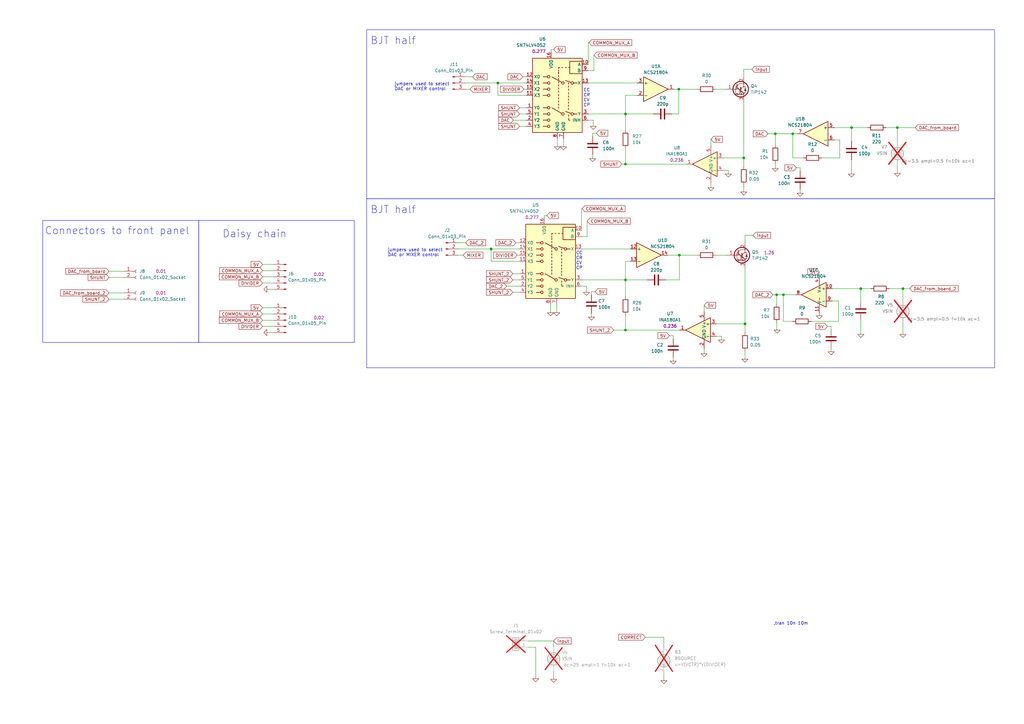
<source format=kicad_sch>
(kicad_sch (version 20230121) (generator eeschema)
  (paper "A3")
  (lib_symbols
    (symbol "Connector:Conn_01x02_Socket" (pin_names (offset 1.016) hide)
      (property "Reference" "J" (at 0 2.54 0))
      (property "Value" "Conn_01x02_Socket" (at 0 -5.08 0))
      (symbol "Conn_01x02_Socket_1_1"
        (pin passive line (at -5.08 0 0) (length 3.81) (name "Pin_1") (number "1"))
        (pin passive line (at -5.08 -2.54 0) (length 3.81) (name "Pin_2") (number "2"))
      )
    )
    (symbol "Connector:Conn_01x03_Pin" (pin_names (offset 1.016) hide)
      (property "Reference" "J" (at 0 5.08 0))
      (property "Value" "Conn_01x03_Pin" (at 0 -5.08 0))
      (symbol "Conn_01x03_Pin_1_1"
        (pin passive line (at 5.08 2.54 180) (length 3.81) (name "Pin_1") (number "1"))
        (pin passive line (at 5.08 0 180) (length 3.81) (name "Pin_2") (number "2"))
        (pin passive line (at 5.08 -2.54 180) (length 3.81) (name "Pin_3") (number "3"))
      )
    )
    (symbol "Connector:Conn_01x05_Pin" (pin_names (offset 1.016) hide)
      (property "Reference" "J" (at 0 7.62 0))
      (property "Value" "Conn_01x05_Pin" (at 0 -7.62 0))
      (symbol "Conn_01x05_Pin_1_1"
        (pin passive line (at 5.08 5.08 180) (length 3.81) (name "Pin_1") (number "1"))
        (pin passive line (at 5.08 2.54 180) (length 3.81) (name "Pin_2") (number "2"))
        (pin passive line (at 5.08 0 180) (length 3.81) (name "Pin_3") (number "3"))
        (pin passive line (at 5.08 -2.54 180) (length 3.81) (name "Pin_4") (number "4"))
        (pin passive line (at 5.08 -5.08 180) (length 3.81) (name "Pin_5") (number "5"))
      )
    )
    (symbol "Connector:Screw_Terminal_01x02" (pin_names (offset 1.016) hide)
      (property "Reference" "J" (at 0 2.54 0))
      (property "Value" "Screw_Terminal_01x02" (at 0 -5.08 0))
      (symbol "Screw_Terminal_01x02_1_1"
        (pin passive line (at -5.08 0 0) (length 3.81) (name "Pin_1") (number "1"))
        (pin passive line (at -5.08 -2.54 0) (length 3.81) (name "Pin_2") (number "2"))
      )
    )
    (symbol "Device:C" (pin_numbers hide) (pin_names (offset 0.254))
      (property "Reference" "C" (at 0.635 2.54 0))
      (property "Value" "C" (at 0.635 -2.54 0))
      (symbol "C_1_1"
        (pin passive line (at 0 3.81 270) (length 2.794) (name "~") (number "1"))
        (pin passive line (at 0 -3.81 90) (length 2.794) (name "~") (number "2"))
      )
    )
    (symbol "Device:R" (pin_numbers hide) (pin_names (offset 0))
      (property "Reference" "R" (at 2.032 0 90))
      (property "Value" "R" (at 0 0 90))
      (symbol "R_1_1"
        (pin passive line (at 0 3.81 270) (length 1.27) (name "~") (number "1"))
        (pin passive line (at 0 -3.81 90) (length 1.27) (name "~") (number "2"))
      )
    )
    (symbol "SPICE_Analog_Switch:SN74LV4052"
      (property "Reference" "U" (at -10.16 16.51 0))
      (property "Value" "SN74LV4052" (at 3.81 16.51 0))
      (property "Price" "0.277" (at 0 0 0))
      (symbol "SN74LV4052_1_1"
        (pin bidirectional line (at 12.7 -5.08 180) (length 2.54) (name "Y0") (number "1"))
        (pin input line (at -12.7 12.7 0) (length 2.54) (name "A") (number "10"))
        (pin bidirectional line (at 12.7 0 180) (length 2.54) (name "X3") (number "11"))
        (pin bidirectional line (at 12.7 7.62 180) (length 2.54) (name "X0") (number "12"))
        (pin bidirectional line (at -12.7 5.08 0) (length 2.54) (name "X") (number "13"))
        (pin bidirectional line (at 12.7 5.08 180) (length 2.54) (name "X1") (number "14"))
        (pin bidirectional line (at 12.7 2.54 180) (length 2.54) (name "X2") (number "15"))
        (pin power_in line (at 2.54 17.78 270) (length 2.54) (name "VDD") (number "16"))
        (pin bidirectional line (at 12.7 -10.16 180) (length 2.54) (name "Y2") (number "2"))
        (pin bidirectional line (at -12.7 -7.62 0) (length 2.54) (name "Y") (number "3"))
        (pin bidirectional line (at 12.7 -12.7 180) (length 2.54) (name "Y3") (number "4"))
        (pin bidirectional line (at 12.7 -7.62 180) (length 2.54) (name "Y1") (number "5"))
        (pin input line (at -12.7 -10.16 0) (length 2.54) (name "INH") (number "6"))
        (pin power_in line (at -2.54 -17.78 90) (length 2.54) (name "GND") (number "7"))
        (pin power_in line (at 0 -17.78 90) (length 2.54) (name "GND") (number "8"))
        (pin input line (at -12.7 10.16 0) (length 2.54) (name "B") (number "9"))
      )
    )
    (symbol "SPICE_bjts:TIP142" (pin_names (offset 0) hide)
      (property "Reference" "Q" (at 5.08 1.905 0))
      (property "Value" "TIP142" (at 5.08 0 0))
      (symbol "TIP142_1_1"
        (pin input line (at -5.08 0 0) (length 3.81) (name "B") (number "1"))
        (pin passive line (at 2.54 5.08 270) (length 2.667) (name "C") (number "2"))
        (pin passive line (at 2.54 -5.08 90) (length 2.54) (name "E") (number "3"))
      )
    )
    (symbol "SPICE_current_amp:INA180A1" (pin_names (offset 0.127))
      (property "Reference" "U" (at 3.81 3.81 0))
      (property "Value" "INA180A1" (at 3.81 -2.54 0))
      (property "Price" "0.236" (at 0 0 0))
      (symbol "INA180A1_1_1"
        (pin output line (at 7.62 0 180) (length 2.54) (name "~") (number "1"))
        (pin power_in line (at -2.54 -7.62 90) (length 3.81) (name "GND") (number "2"))
        (pin input line (at -7.62 2.54 0) (length 2.54) (name "+") (number "3"))
        (pin input line (at -7.62 -2.54 0) (length 2.54) (name "-") (number "4"))
        (pin power_in line (at -2.54 7.62 270) (length 3.81) (name "V+") (number "5"))
      )
    )
    (symbol "SPICE_opamps:NCS21804" (pin_names (offset 0.127))
      (property "Reference" "U" (at 2.54 6.35 0))
      (property "Value" "NCS21804" (at 2.54 3.81 0))
      (symbol "NCS21804_1_1"
        (pin output line (at 7.62 0 180) (length 2.54) (name "~") (number "1"))
        (pin input line (at -7.62 -2.54 0) (length 2.54) (name "-") (number "2"))
        (pin input line (at -7.62 2.54 0) (length 2.54) (name "+") (number "3"))
      )
      (symbol "NCS21804_2_1"
        (pin input line (at -7.62 2.54 0) (length 2.54) (name "+") (number "5"))
        (pin input line (at -7.62 -2.54 0) (length 2.54) (name "-") (number "6"))
        (pin output line (at 7.62 0 180) (length 2.54) (name "~") (number "7"))
      )
      (symbol "NCS21804_3_1"
        (pin input line (at -7.62 2.54 0) (length 2.54) (name "+") (number "10"))
        (pin output line (at 7.62 0 180) (length 2.54) (name "~") (number "8"))
        (pin input line (at -7.62 -2.54 0) (length 2.54) (name "-") (number "9"))
      )
      (symbol "NCS21804_4_1"
        (pin input line (at -7.62 2.54 0) (length 2.54) (name "+") (number "12"))
        (pin input line (at -7.62 -2.54 0) (length 2.54) (name "-") (number "13"))
        (pin output line (at 7.62 0 180) (length 2.54) (name "~") (number "14"))
      )
      (symbol "NCS21804_5_1"
        (pin power_in line (at 0 -7.62 90) (length 3.81) (name "V-") (number "11"))
        (pin power_in line (at 0 7.62 270) (length 3.81) (name "V+") (number "4"))
      )
    )
    (symbol "Simulation_SPICE:0" (power) (pin_names (offset 0))
      (property "Value" "0" (at 0 -1.778 0))
      (symbol "0_1_1"
        (pin power_in line (at 0 0 0) (length 0) hide (name "0") (number "1"))
      )
    )
    (symbol "Simulation_SPICE:BSOURCE" (pin_names (offset 1.016) hide)
      (property "Reference" "B" (at 2.54 2.54 0))
      (property "Value" "BSOURCE" (at 2.54 0 0))
      (property "Sim.Params" "v=1" (at 2.54 -2.54 0))
      (symbol "BSOURCE_1_1"
        (pin passive line (at 0 5.08 270) (length 2.54) (name "N+") (number "1"))
        (pin passive line (at 0 -5.08 90) (length 2.54) (name "N-") (number "2"))
      )
    )
    (symbol "Simulation_SPICE:VSIN" (pin_numbers hide) (pin_names (offset 0.0254))
      (property "Reference" "V" (at 2.54 2.54 0))
      (property "Value" "VSIN" (at 2.54 0 0))
      (property "Sim.Params" "dc=0 ampl=1 f=1k ac=1" (at 2.54 -2.54 0))
      (symbol "VSIN_0_0"
        (text "+" (at 0 1.905 0) (effects (font (size 1.27 1.27))))
      )
      (symbol "VSIN_1_1"
        (pin passive line (at 0 5.08 270) (length 2.54) (name "~") (number "1"))
        (pin passive line (at 0 -5.08 90) (length 2.54) (name "~") (number "2"))
      )
    )
  )
  (junction (at 353.06 118.364))
  (junction (at 325.12 54.864))
  (junction (at 278.384 36.576))
  (junction (at 349.25 52.324))
  (junction (at 305.054 64.77))
  (junction (at 321.31 120.904))
  (junction (at 318.008 54.864))
  (junction (at 305.562 132.842))
  (junction (at 256.54 114.808))
  (junction (at 318.516 120.904))
  (junction (at 368.046 52.324))
  (junction (at 204.216 34.036))
  (junction (at 201.422 102.108))
  (junction (at 278.638 104.648))
  (junction (at 256.54 135.382))
  (junction (at 256.54 67.31))
  (junction (at 256.54 46.736))
  (junction (at 370.332 118.364))
  (wire (pts (xy 353.06 118.364) (xy 341.376 118.364)))
  (wire (pts (xy 368.046 52.324) (xy 363.474 52.324)))
  (wire (pts (xy 267.97 46.736) (xy 256.54 46.736)))
  (wire (pts (xy 223.266 88.392) (xy 223.266 89.408)))
  (wire (pts (xy 318.77 135.128) (xy 318.516 135.128)))
  (wire (pts (xy 107.696 108.458) (xy 112.268 108.458)))
  (wire (pts (xy 272.288 261.366) (xy 264.668 261.366)))
  (wire (pts (xy 318.008 54.864) (xy 314.96 54.864)))
  (wire (pts (xy 296.672 64.77) (xy 305.054 64.77)))
  (wire (pts (xy 240.538 119.888) (xy 240.538 117.348)))
  (wire (pts (xy 278.384 36.576) (xy 286.004 36.576)))
  (wire (pts (xy 273.05 114.808) (xy 278.638 114.808)))
  (wire (pts (xy 227.076 275.336) (xy 227.076 278.638)))
  (wire (pts (xy 210.312 112.268) (xy 213.106 112.268)))
  (wire (pts (xy 243.586 28.956) (xy 241.3 28.956)))
  (wire (pts (xy 373.126 118.364) (xy 370.332 118.364)))
  (wire (pts (xy 368.046 52.324) (xy 368.046 57.912)))
  (wire (pts (xy 244.602 54.61) (xy 243.078 54.61)))
  (wire (pts (xy 107.696 131.318) (xy 112.268 131.318)))
  (wire (pts (xy 291.592 74.93) (xy 291.592 76.962)))
  (wire (pts (xy 107.696 133.858) (xy 112.268 133.858)))
  (wire (pts (xy 305.054 41.656) (xy 305.054 64.77)))
  (wire (pts (xy 318.008 54.864) (xy 318.008 59.436)))
  (wire (pts (xy 349.25 52.324) (xy 349.25 57.912)))
  (wire (pts (xy 339.344 133.858) (xy 340.868 133.858)))
  (wire (pts (xy 353.06 131.318) (xy 353.06 137.16)))
  (wire (pts (xy 213.106 46.736) (xy 215.9 46.736)))
  (wire (pts (xy 368.046 52.324) (xy 375.412 52.324)))
  (wire (pts (xy 370.332 118.364) (xy 364.744 118.364)))
  (wire (pts (xy 326.136 120.904) (xy 321.31 120.904)))
  (wire (pts (xy 204.216 34.036) (xy 215.9 34.036)))
  (wire (pts (xy 240.792 97.028) (xy 238.506 97.028)))
  (wire (pts (xy 343.916 123.444) (xy 343.916 131.826)))
  (wire (pts (xy 256.54 46.736) (xy 256.54 39.116)))
  (wire (pts (xy 256.54 114.808) (xy 256.54 107.188)))
  (wire (pts (xy 305.054 31.496) (xy 305.054 28.448)))
  (wire (pts (xy 238.506 114.808) (xy 256.54 114.808)))
  (wire (pts (xy 44.704 122.682) (xy 50.8 122.682)))
  (wire (pts (xy 191.008 99.568) (xy 187.96 99.568)))
  (wire (pts (xy 207.772 117.348) (xy 213.106 117.348)))
  (wire (pts (xy 305.562 109.728) (xy 305.562 132.842)))
  (wire (pts (xy 278.638 104.648) (xy 286.004 104.648)))
  (wire (pts (xy 305.054 75.946) (xy 305.054 78.74)))
  (wire (pts (xy 295.91 139.446) (xy 295.91 137.922)))
  (wire (pts (xy 344.424 64.77) (xy 337.058 64.77)))
  (wire (pts (xy 276.606 36.576) (xy 278.384 36.576)))
  (wire (pts (xy 349.25 65.532) (xy 349.25 71.374)))
  (wire (pts (xy 224.282 88.392) (xy 223.266 88.392)))
  (wire (pts (xy 241.3 17.526) (xy 241.3 26.416)))
  (wire (pts (xy 318.516 132.334) (xy 318.516 135.128)))
  (wire (pts (xy 329.438 64.77) (xy 325.12 64.77)))
  (wire (pts (xy 293.878 132.842) (xy 305.562 132.842)))
  (wire (pts (xy 278.638 104.648) (xy 278.638 114.808)))
  (wire (pts (xy 293.624 104.648) (xy 297.942 104.648)))
  (wire (pts (xy 231.14 56.896) (xy 231.14 60.198)))
  (wire (pts (xy 189.992 104.648) (xy 187.96 104.648)))
  (wire (pts (xy 44.704 120.142) (xy 50.8 120.142)))
  (wire (pts (xy 305.054 64.77) (xy 305.054 68.326)))
  (wire (pts (xy 241.554 17.526) (xy 241.3 17.526)))
  (wire (pts (xy 201.422 102.108) (xy 213.106 102.108)))
  (wire (pts (xy 244.094 119.634) (xy 242.57 119.634)))
  (wire (pts (xy 192.786 36.576) (xy 190.754 36.576)))
  (wire (pts (xy 318.516 120.904) (xy 316.992 120.904)))
  (wire (pts (xy 291.592 57.15) (xy 291.592 59.69)))
  (wire (pts (xy 288.798 125.222) (xy 288.798 127.762)))
  (wire (pts (xy 344.424 57.404) (xy 342.138 57.404)))
  (wire (pts (xy 242.57 119.634) (xy 242.57 120.904)))
  (wire (pts (xy 256.54 135.382) (xy 278.638 135.382)))
  (wire (pts (xy 318.77 135.128) (xy 318.77 135.382)))
  (wire (pts (xy 243.332 51.816) (xy 243.332 49.276)))
  (wire (pts (xy 295.91 137.922) (xy 293.878 137.922)))
  (wire (pts (xy 201.422 107.188) (xy 201.422 102.108)))
  (wire (pts (xy 336.042 111.506) (xy 336.042 113.284)))
  (wire (pts (xy 190.754 34.036) (xy 204.216 34.036)))
  (wire (pts (xy 342.138 52.324) (xy 349.25 52.324)))
  (wire (pts (xy 238.506 102.108) (xy 258.572 102.108)))
  (wire (pts (xy 256.54 46.736) (xy 256.54 53.34)))
  (wire (pts (xy 325.12 131.826) (xy 321.31 131.826)))
  (wire (pts (xy 344.424 57.404) (xy 344.424 64.77)))
  (wire (pts (xy 256.54 107.188) (xy 258.572 107.188)))
  (wire (pts (xy 370.332 132.842) (xy 370.332 137.16)))
  (wire (pts (xy 216.662 265.43) (xy 219.71 265.43)))
  (wire (pts (xy 256.54 114.808) (xy 265.43 114.808)))
  (wire (pts (xy 227.076 265.176) (xy 227.076 262.89)))
  (wire (pts (xy 305.562 132.842) (xy 305.562 136.398)))
  (wire (pts (xy 318.008 54.864) (xy 325.12 54.864)))
  (wire (pts (xy 210.312 119.888) (xy 213.106 119.888)))
  (wire (pts (xy 274.574 137.668) (xy 276.098 137.668)))
  (wire (pts (xy 305.562 99.568) (xy 305.562 96.52)))
  (wire (pts (xy 256.54 39.116) (xy 261.366 39.116)))
  (wire (pts (xy 349.25 52.324) (xy 355.854 52.324)))
  (wire (pts (xy 107.696 110.998) (xy 112.268 110.998)))
  (wire (pts (xy 107.696 116.078) (xy 112.268 116.078)))
  (wire (pts (xy 353.06 123.698) (xy 353.06 118.364)))
  (wire (pts (xy 107.696 128.778) (xy 112.268 128.778)))
  (wire (pts (xy 210.312 114.808) (xy 213.106 114.808)))
  (wire (pts (xy 44.704 111.252) (xy 50.8 111.252)))
  (wire (pts (xy 256.54 129.286) (xy 256.54 135.382)))
  (wire (pts (xy 213.106 51.816) (xy 215.9 51.816)))
  (wire (pts (xy 273.812 104.648) (xy 278.638 104.648)))
  (wire (pts (xy 318.516 120.904) (xy 318.516 124.714)))
  (wire (pts (xy 193.802 31.496) (xy 190.754 31.496)))
  (wire (pts (xy 225.806 124.968) (xy 225.806 128.27)))
  (wire (pts (xy 213.106 107.188) (xy 201.422 107.188)))
  (wire (pts (xy 204.216 39.116) (xy 204.216 34.036)))
  (wire (pts (xy 305.562 96.52) (xy 308.864 96.52)))
  (wire (pts (xy 340.868 133.858) (xy 340.868 135.128)))
  (wire (pts (xy 243.078 54.61) (xy 243.078 55.88)))
  (wire (pts (xy 328.168 79.248) (xy 328.168 77.724)))
  (wire (pts (xy 215.9 39.116) (xy 204.216 39.116)))
  (wire (pts (xy 44.704 113.792) (xy 50.8 113.792)))
  (wire (pts (xy 242.57 130.048) (xy 242.57 128.524)))
  (wire (pts (xy 187.96 102.108) (xy 201.422 102.108)))
  (wire (pts (xy 278.384 36.576) (xy 278.384 46.736)))
  (wire (pts (xy 251.714 135.382) (xy 256.54 135.382)))
  (wire (pts (xy 305.562 144.018) (xy 305.562 147.32)))
  (wire (pts (xy 240.792 90.678) (xy 240.792 97.028)))
  (wire (pts (xy 109.474 136.398) (xy 112.268 136.398)))
  (wire (pts (xy 276.098 148.082) (xy 276.098 146.558)))
  (wire (pts (xy 340.868 144.272) (xy 340.868 142.748)))
  (wire (pts (xy 256.54 60.96) (xy 256.54 67.31)))
  (wire (pts (xy 255.016 67.31) (xy 256.54 67.31)))
  (wire (pts (xy 370.332 118.364) (xy 370.332 122.682)))
  (wire (pts (xy 336.042 128.524) (xy 336.042 129.54)))
  (wire (pts (xy 276.098 137.668) (xy 276.098 138.938)))
  (wire (pts (xy 216.662 262.89) (xy 227.076 262.89)))
  (wire (pts (xy 343.916 131.826) (xy 332.74 131.826)))
  (wire (pts (xy 256.54 67.31) (xy 281.432 67.31)))
  (wire (pts (xy 228.6 56.896) (xy 228.6 60.198)))
  (wire (pts (xy 228.346 124.968) (xy 228.346 128.27)))
  (wire (pts (xy 305.054 28.448) (xy 308.356 28.448)))
  (wire (pts (xy 326.898 54.864) (xy 325.12 54.864)))
  (wire (pts (xy 368.046 68.072) (xy 368.046 71.12)))
  (wire (pts (xy 107.696 126.238) (xy 112.268 126.238)))
  (wire (pts (xy 211.582 99.568) (xy 213.106 99.568)))
  (wire (pts (xy 288.798 143.002) (xy 288.798 145.034)))
  (wire (pts (xy 325.12 54.864) (xy 325.12 64.77)))
  (wire (pts (xy 109.474 118.618) (xy 112.268 118.618)))
  (wire (pts (xy 214.884 36.576) (xy 215.9 36.576)))
  (wire (pts (xy 240.538 117.348) (xy 238.506 117.348)))
  (wire (pts (xy 226.06 20.32) (xy 226.06 21.336)))
  (wire (pts (xy 326.644 68.834) (xy 328.168 68.834)))
  (wire (pts (xy 318.008 67.056) (xy 318.008 69.088)))
  (wire (pts (xy 238.506 85.598) (xy 238.506 94.488)))
  (wire (pts (xy 243.332 49.276) (xy 241.3 49.276)))
  (wire (pts (xy 107.696 113.538) (xy 112.268 113.538)))
  (wire (pts (xy 256.54 114.808) (xy 256.54 121.666)))
  (wire (pts (xy 213.106 44.196) (xy 215.9 44.196)))
  (wire (pts (xy 243.586 22.606) (xy 243.586 28.956)))
  (wire (pts (xy 275.59 46.736) (xy 278.384 46.736)))
  (wire (pts (xy 212.09 104.648) (xy 213.106 104.648)))
  (wire (pts (xy 210.566 49.276) (xy 215.9 49.276)))
  (wire (pts (xy 293.624 36.576) (xy 297.434 36.576)))
  (wire (pts (xy 214.376 31.496) (xy 215.9 31.496)))
  (wire (pts (xy 227.076 20.32) (xy 226.06 20.32)))
  (wire (pts (xy 219.71 265.43) (xy 219.71 278.384)))
  (wire (pts (xy 321.31 120.904) (xy 321.31 131.826)))
  (wire (pts (xy 321.31 120.904) (xy 318.516 120.904)))
  (wire (pts (xy 357.124 118.364) (xy 353.06 118.364)))
  (wire (pts (xy 272.288 279.146) (xy 272.288 276.098)))
  (wire (pts (xy 298.704 71.374) (xy 298.704 69.85)))
  (wire (pts (xy 343.916 123.444) (xy 341.376 123.444)))
  (wire (pts (xy 241.3 46.736) (xy 256.54 46.736)))
  (wire (pts (xy 241.3 34.036) (xy 261.366 34.036)))
  (wire (pts (xy 328.168 68.834) (xy 328.168 70.104)))
  (wire (pts (xy 243.078 65.024) (xy 243.078 63.5)))
  (wire (pts (xy 238.76 85.598) (xy 238.506 85.598)))
  (wire (pts (xy 298.704 69.85) (xy 296.672 69.85)))
  (wire (pts (xy 272.288 261.366) (xy 272.288 265.938)))
  (rectangle (start 17.526 90.424) (end 81.534 140.462))
  (rectangle (start 81.534 90.424) (end 145.288 140.462))
  (rectangle (start 150.368 81.534) (end 407.924 150.876))
  (rectangle (start 150.368 12.192) (end 407.924 81.534))
  (text "Connectors to front panel" (at 18.288 96.52 0) (effects (font (size 3 3)) (justify left bottom)))
  (text "CC\nCR\nCV\nCP" (at 236.22 110.744 0) (effects (font (size 1.27 1.27)) (justify left bottom)))
  (text ".tran 10n 10m" (at 317.246 256.54 0) (effects (font (size 1.27 1.27)) (justify left bottom)))
  (text "BJT half " (at 151.892 18.542 0) (effects (font (size 3 3)) (justify left bottom)))
  (text "Daisy chain" (at 91.186 97.79 0) (effects (font (size 3 3)) (justify left bottom)))
  (text "jumpers used to select\nDAC or MIXER control" (at 159.004 105.41 0) (effects (font (size 1.27 1.27)) (justify left bottom)))
  (text "jumpers used to select\nDAC or MIXER control" (at 161.798 37.338 0) (effects (font (size 1.27 1.27)) (justify left bottom)))
  (text "BJT half " (at 151.892 87.884 0) (effects (font (size 3 3)) (justify left bottom)))
  (text "CC\nCR\nCV\nCP" (at 239.268 43.942 0) (effects (font (size 1.27 1.27)) (justify left bottom)))
  (global_label "5V" (shape input) (at 326.644 68.834 180) (property "Intersheetrefs" "${INTERSHEET_REFS}" (effects hide)))
  (global_label "SHUNT" (shape input) (at 213.106 51.816 180) (property "Intersheetrefs" "${INTERSHEET_REFS}" (effects hide)))
  (global_label "5V" (shape input) (at 244.094 119.634 0) (property "Intersheetrefs" "${INTERSHEET_REFS}" (effects hide)))
  (global_label "DAC_2" (shape input) (at 316.992 120.904 180) (property "Intersheetrefs" "${INTERSHEET_REFS}" (effects hide)))
  (global_label "MIXER" (shape input) (at 192.786 36.576 0) (property "Intersheetrefs" "${INTERSHEET_REFS}" (effects hide)))
  (global_label "SHUNT_2" (shape input) (at 44.704 122.682 180) (property "Intersheetrefs" "${INTERSHEET_REFS}" (effects hide)))
  (global_label "5V" (shape input) (at 339.344 133.858 180) (property "Intersheetrefs" "${INTERSHEET_REFS}" (effects hide)))
  (global_label "5V" (shape input) (at 227.076 20.32 0) (property "Intersheetrefs" "${INTERSHEET_REFS}" (effects hide)))
  (global_label "COMMON_MUX_B" (shape input) (at 243.586 22.606 0) (property "Intersheetrefs" "${INTERSHEET_REFS}" (effects hide)))
  (global_label "5V" (shape input) (at 107.696 108.458 180) (property "Intersheetrefs" "${INTERSHEET_REFS}" (effects hide)))
  (global_label "SHUNT" (shape input) (at 255.016 67.31 180) (property "Intersheetrefs" "${INTERSHEET_REFS}" (effects hide)))
  (global_label "DAC_2" (shape input) (at 211.582 99.568 180) (property "Intersheetrefs" "${INTERSHEET_REFS}" (effects hide)))
  (global_label "COMMON_MUX_B" (shape input) (at 107.696 113.538 180) (property "Intersheetrefs" "${INTERSHEET_REFS}" (effects hide)))
  (global_label "COMMON_MUX_A" (shape input) (at 107.696 110.998 180) (property "Intersheetrefs" "${INTERSHEET_REFS}" (effects hide)))
  (global_label "DAC_from_board_2" (shape input) (at 44.704 120.142 180) (property "Intersheetrefs" "${INTERSHEET_REFS}" (effects hide)))
  (global_label "input" (shape input) (at 308.356 28.448 0) (property "Intersheetrefs" "${INTERSHEET_REFS}" (effects hide)))
  (global_label "5V" (shape input) (at 288.798 125.222 0) (property "Intersheetrefs" "${INTERSHEET_REFS}" (effects hide)))
  (global_label "DAC_from_board" (shape input) (at 44.704 111.252 180) (property "Intersheetrefs" "${INTERSHEET_REFS}" (effects hide)))
  (global_label "5V" (shape input) (at 244.602 54.61 0) (property "Intersheetrefs" "${INTERSHEET_REFS}" (effects hide)))
  (global_label "SHUNT" (shape input) (at 213.106 44.196 180) (property "Intersheetrefs" "${INTERSHEET_REFS}" (effects hide)))
  (global_label "DAC_from_board_2" (shape input) (at 373.126 118.364 0) (property "Intersheetrefs" "${INTERSHEET_REFS}" (effects hide)))
  (global_label "SHUNT_2" (shape input) (at 210.312 112.268 180) (property "Intersheetrefs" "${INTERSHEET_REFS}" (effects hide)))
  (global_label "DAC" (shape input) (at 214.376 31.496 180) (property "Intersheetrefs" "${INTERSHEET_REFS}" (effects hide)))
  (global_label "COMMON_MUX_A" (shape input) (at 107.696 128.778 180) (property "Intersheetrefs" "${INTERSHEET_REFS}" (effects hide)))
  (global_label "COMMON_MUX_B" (shape input) (at 240.792 90.678 0) (property "Intersheetrefs" "${INTERSHEET_REFS}" (effects hide)))
  (global_label "DAC" (shape input) (at 210.566 49.276 180) (property "Intersheetrefs" "${INTERSHEET_REFS}" (effects hide)))
  (global_label "DAC_2" (shape input) (at 207.772 117.348 180) (property "Intersheetrefs" "${INTERSHEET_REFS}" (effects hide)))
  (global_label "DIVIDER" (shape input) (at 107.696 116.078 180) (property "Intersheetrefs" "${INTERSHEET_REFS}" (effects hide)))
  (global_label "DAC_from_board" (shape input) (at 375.412 52.324 0) (property "Intersheetrefs" "${INTERSHEET_REFS}" (effects hide)))
  (global_label "SHUNT_2" (shape input) (at 210.312 114.808 180) (property "Intersheetrefs" "${INTERSHEET_REFS}" (effects hide)))
  (global_label "5V" (shape input) (at 274.574 137.668 180) (property "Intersheetrefs" "${INTERSHEET_REFS}" (effects hide)))
  (global_label "input" (shape input) (at 227.076 262.89 0) (property "Intersheetrefs" "${INTERSHEET_REFS}" (effects hide)))
  (global_label "COMMON_MUX_A" (shape input) (at 238.76 85.598 0) (property "Intersheetrefs" "${INTERSHEET_REFS}" (effects hide)))
  (global_label "DAC_2" (shape input) (at 191.008 99.568 0) (property "Intersheetrefs" "${INTERSHEET_REFS}" (effects hide)))
  (global_label "DIVIDER" (shape input) (at 214.884 36.576 180) (property "Intersheetrefs" "${INTERSHEET_REFS}" (effects hide)))
  (global_label "DAC" (shape input) (at 193.802 31.496 0) (property "Intersheetrefs" "${INTERSHEET_REFS}" (effects hide)))
  (global_label "input" (shape input) (at 308.864 96.52 0) (property "Intersheetrefs" "${INTERSHEET_REFS}" (effects hide)))
  (global_label "MIXER" (shape input) (at 189.992 104.648 0) (property "Intersheetrefs" "${INTERSHEET_REFS}" (effects hide)))
  (global_label "COMMON_MUX_A" (shape input) (at 241.554 17.526 0) (property "Intersheetrefs" "${INTERSHEET_REFS}" (effects hide)))
  (global_label "CORRECT" (shape input) (at 264.668 261.366 180) (property "Intersheetrefs" "${INTERSHEET_REFS}" (effects hide)))
  (global_label "SHUNT_2" (shape input) (at 251.714 135.382 180) (property "Intersheetrefs" "${INTERSHEET_REFS}" (effects hide)))
  (global_label "DAC" (shape input) (at 314.96 54.864 180) (property "Intersheetrefs" "${INTERSHEET_REFS}" (effects hide)))
  (global_label "5V" (shape input) (at 336.042 111.506 180) (property "Intersheetrefs" "${INTERSHEET_REFS}" (effects hide)))
  (global_label "SHUNT_2" (shape input) (at 210.312 119.888 180) (property "Intersheetrefs" "${INTERSHEET_REFS}" (effects hide)))
  (global_label "SHUNT" (shape input) (at 44.704 113.792 180) (property "Intersheetrefs" "${INTERSHEET_REFS}" (effects hide)))
  (global_label "5V" (shape input) (at 291.592 57.15 0) (property "Intersheetrefs" "${INTERSHEET_REFS}" (effects hide)))
  (global_label "5V" (shape input) (at 107.696 126.238 180) (property "Intersheetrefs" "${INTERSHEET_REFS}" (effects hide)))
  (global_label "DIVIDER" (shape input) (at 107.696 133.858 180) (property "Intersheetrefs" "${INTERSHEET_REFS}" (effects hide)))
  (global_label "5V" (shape input) (at 224.282 88.392 0) (property "Intersheetrefs" "${INTERSHEET_REFS}" (effects hide)))
  (global_label "COMMON_MUX_B" (shape input) (at 107.696 131.318 180) (property "Intersheetrefs" "${INTERSHEET_REFS}" (effects hide)))
  (global_label "DIVIDER" (shape input) (at 212.09 104.648 180) (property "Intersheetrefs" "${INTERSHEET_REFS}" (effects hide)))
  (global_label "SHUNT" (shape input) (at 213.106 46.736 180) (property "Intersheetrefs" "${INTERSHEET_REFS}" (effects hide)))
  (symbol (lib_id "Device:C") (at 353.06 127.508 0) (mirror y) (unit 1)
    (property "Reference" "C1" (at 347.726 126.238 0))
    (property "Value" "100p" (at 347.726 128.778 0))
    (property "Footprint" "Capacitor_SMD:C_0603_1608Metric_Pad1.08x0.95mm_HandSolder" (effects hide))
  )
  (symbol (lib_id "Simulation_SPICE:0") (at 225.806 128.27 0) (unit 1)
    (property "Reference" "#GND023" (effects hide))
    (property "Value" "0" (effects hide))
  )
  (symbol (lib_id "Simulation_SPICE:0") (at 336.042 129.54 0) (mirror y) (unit 1)
    (property "Reference" "#GND044" (effects hide))
    (property "Value" "0" (effects hide))
  )
  (symbol (lib_id "Simulation_SPICE:0") (at 340.868 144.272 0) (mirror y) (unit 1)
    (property "Reference" "#GND021" (effects hide))
    (property "Value" "0" (effects hide))
  )
  (symbol (lib_id "SPICE_opamps:NCS21804") (at 336.042 120.904 0) (mirror y) (unit 5)
    (property "Reference" "U1" (effects hide))
    (property "Value" "NCS21804" (effects hide))
    (property "Footprint" "Package_SO:TSSOP-14_4.4x5mm_P0.65mm" (effects hide))
    (property "Datasheet" "http://www.onsemi.com/pub/Collateral/NCS325-D.PDF" (effects hide))
    (property "Sim.Library" "/home/ostoja/KiCad/models/opamps/NCS21804.lib" (effects hide))
    (property "Sim.Name" "NCS21804" (effects hide))
    (property "Sim.Device" "SUBCKT" (effects hide))
    (property "Sim.Pins" "1=OUT1 2=IN1- 3=IN1+ 4=VCC 5=IN2+ 6=IN2- 7=OUT2 8=OUT3 9=IN3- 10=IN3+ 11=VEE 12=IN4+ 13=IN4- 14=OUT4" (effects hide))
    (property "Price" "1.91" (effects hide))
  )
  (symbol (lib_id "Device:R") (at 256.54 125.476 180) (unit 1)
    (property "Reference" "R26" (at 259.334 124.206 0) (effects (justify right)))
    (property "Value" "10k" (at 259.334 126.746 0) (effects (justify right)))
    (property "Footprint" "Resistor_SMD:R_0603_1608Metric_Pad0.98x0.95mm_HandSolder" (effects hide))
  )
  (symbol (lib_id "Simulation_SPICE:0") (at 228.6 60.198 0) (unit 1)
    (property "Reference" "#GND024" (effects hide))
    (property "Value" "0" (effects hide))
  )
  (symbol (lib_id "SPICE_bjts:TIP142") (at 302.514 36.576 0) (unit 1)
    (property "Reference" "Q4" (at 307.848 35.306 0) (effects (justify left)))
    (property "Value" "TIP142" (at 307.848 37.846 0) (effects (justify left)))
    (property "Footprint" "Package_TO_SOT_THT:TO-247-3_Vertical" (effects hide))
    (property "Datasheet" "https://www.onsemi.com/pub/Collateral/TIP120-D.PDF" (effects hide))
    (property "Sim.Library" "/home/ostoja/KiCad/models/bjt/npn/TIP142.LIB" (effects hide))
    (property "Sim.Name" "tip142" (effects hide))
    (property "Sim.Device" "SUBCKT" (effects hide))
    (property "Sim.Pins" "1=2 2=1 3=3" (effects hide))
    (property "Price" "1.26 " (effects hide))
  )
  (symbol (lib_id "Simulation_SPICE:0") (at 328.168 79.248 0) (mirror y) (unit 1)
    (property "Reference" "#GND010" (effects hide))
    (property "Value" "0" (effects hide))
  )
  (symbol (lib_id "Device:R") (at 256.54 57.15 180) (unit 1)
    (property "Reference" "R27" (at 259.334 55.88 0) (effects (justify right)))
    (property "Value" "10k" (at 259.334 58.42 0) (effects (justify right)))
    (property "Footprint" "Resistor_SMD:R_0603_1608Metric_Pad0.98x0.95mm_HandSolder" (effects hide))
  )
  (symbol (lib_id "SPICE_Analog_Switch:SN74LV4052") (at 225.806 107.188 0) (mirror y) (unit 1)
    (property "Reference" "U5" (at 221.0719 84.074 0) (effects (justify left)))
    (property "Value" "SN74LV4052" (at 221.0719 86.614 0) (effects (justify left)))
    (property "Footprint" "Package_SO:SOIC-16_3.9x9.9mm_P1.27mm" (effects hide))
    (property "Datasheet" "http://www.ti.com/lit/ds/symlink/cd4052b.pdf" (effects hide))
    (property "Price" "0.277" (at 221.0719 89.154 0) (effects (justify left)))
    (property "Sim.Enable" "0" (effects hide))
  )
  (symbol (lib_id "SPICE_bjts:TIP142") (at 303.022 104.648 0) (unit 1)
    (property "Reference" "Q5" (at 308.356 103.378 0) (effects (justify left)))
    (property "Value" "TIP142" (at 308.356 105.918 0) (effects (justify left)))
    (property "Footprint" "Package_TO_SOT_THT:TO-247-3_Vertical" (effects hide))
    (property "Datasheet" "https://www.onsemi.com/pub/Collateral/TIP120-D.PDF" (effects hide))
    (property "Sim.Library" "/home/ostoja/KiCad/models/bjt/npn/TIP142.LIB" (effects hide))
    (property "Sim.Name" "tip142" (effects hide))
    (property "Sim.Device" "SUBCKT" (effects hide))
    (property "Sim.Pins" "1=2 2=1 3=3" (effects hide))
    (property "Price" "1.26 " (at 315.976 103.632 0))
  )
  (symbol (lib_id "Simulation_SPICE:0") (at 368.046 71.12 0) (mirror y) (unit 1)
    (property "Reference" "#GND018" (effects hide))
    (property "Value" "0" (effects hide))
  )
  (symbol (lib_id "Simulation_SPICE:0") (at 318.008 69.088 0) (unit 1)
    (property "Reference" "#GND01" (effects hide))
    (property "Value" "0" (effects hide))
  )
  (symbol (lib_id "Device:R") (at 333.248 64.77 270) (mirror x) (unit 1)
    (property "Reference" "R12" (at 333.248 59.182 90))
    (property "Value" "0" (at 333.248 61.722 90))
    (property "Footprint" "Resistor_SMD:R_0603_1608Metric_Pad0.98x0.95mm_HandSolder" (effects hide))
  )
  (symbol (lib_id "Device:R") (at 318.008 63.246 0) (mirror x) (unit 1)
    (property "Reference" "R1" (at 315.214 61.976 0) (effects (justify right)))
    (property "Value" "10k" (at 315.214 64.516 0) (effects (justify right)))
    (property "Footprint" "Resistor_SMD:R_0603_1608Metric_Pad0.98x0.95mm_HandSolder" (effects hide))
  )
  (symbol (lib_id "Simulation_SPICE:0") (at 109.474 118.618 270) (unit 1)
    (property "Reference" "#GND05" (effects hide))
    (property "Value" "0" (effects hide))
  )
  (symbol (lib_id "Device:C") (at 269.24 114.808 90) (unit 1)
    (property "Reference" "C8" (at 269.24 108.204 90))
    (property "Value" "220p" (at 269.24 110.744 90))
    (property "Footprint" "Capacitor_SMD:C_0603_1608Metric_Pad1.08x0.95mm_HandSolder" (effects hide))
  )
  (symbol (lib_id "SPICE_current_amp:INA180A1") (at 286.258 135.382 0) (mirror y) (unit 1)
    (property "Reference" "U7" (at 274.828 128.6511 0))
    (property "Value" "INA180A1" (at 274.828 131.1911 0))
    (property "Footprint" "Package_TO_SOT_SMD:SOT-23-5" (effects hide))
    (property "Datasheet" "http://www.ti.com/lit/ds/symlink/ina180.pdf" (effects hide))
    (property "Sim.Library" "/home/ostoja/KiCad/models/current_amp/ina180a1.lib" (effects hide))
    (property "Sim.Name" "INA180A1" (effects hide))
    (property "Sim.Device" "SUBCKT" (effects hide))
    (property "Sim.Pins" "1=OUT 2=GND 3=INP 4=INN 5=VCC" (effects hide))
    (property "Price" "0.236" (at 274.828 133.7311 0))
  )
  (symbol (lib_id "Device:R") (at 305.054 72.136 0) (unit 1)
    (property "Reference" "R32" (at 307.086 70.866 0) (effects (justify left)))
    (property "Value" "0.05" (at 307.086 73.406 0) (effects (justify left)))
    (property "Footprint" "Resistor_SMD:R_2512_6332Metric_Pad1.40x3.35mm_HandSolder" (effects hide))
    (property "Price" "0.352" (effects hide))
  )
  (symbol (lib_id "Simulation_SPICE:0") (at 228.346 128.27 0) (unit 1)
    (property "Reference" "#GND025" (effects hide))
    (property "Value" "0" (effects hide))
  )
  (symbol (lib_id "SPICE_opamps:NCS21804") (at 334.518 54.864 0) (mirror y) (unit 2)
    (property "Reference" "U1" (at 328.168 48.768 0))
    (property "Value" "NCS21804" (at 328.168 51.308 0))
    (property "Footprint" "Package_SO:TSSOP-14_4.4x5mm_P0.65mm" (effects hide))
    (property "Datasheet" "http://www.onsemi.com/pub/Collateral/NCS325-D.PDF" (effects hide))
    (property "Sim.Library" "/home/ostoja/KiCad/models/opamps/NCS21804.lib" (effects hide))
    (property "Sim.Name" "NCS21804" (effects hide))
    (property "Sim.Device" "SUBCKT" (effects hide))
    (property "Sim.Pins" "1=OUT1 2=IN1- 3=IN1+ 4=VCC 5=IN2+ 6=IN2- 7=OUT2 8=OUT3 9=IN3- 10=IN3+ 11=VEE 12=IN4+ 13=IN4- 14=OUT4" (effects hide))
    (property "Price" "1.91" (effects hide))
  )
  (symbol (lib_id "SPICE_current_amp:INA180A1") (at 289.052 67.31 0) (mirror y) (unit 1)
    (property "Reference" "U8" (at 277.622 60.5791 0))
    (property "Value" "INA180A1" (at 277.622 63.1191 0))
    (property "Footprint" "Package_TO_SOT_SMD:SOT-23-5" (effects hide))
    (property "Datasheet" "http://www.ti.com/lit/ds/symlink/ina180.pdf" (effects hide))
    (property "Sim.Library" "/home/ostoja/KiCad/models/current_amp/ina180a1.lib" (effects hide))
    (property "Sim.Name" "INA180A1" (effects hide))
    (property "Sim.Device" "SUBCKT" (effects hide))
    (property "Sim.Pins" "1=OUT 2=GND 3=INP 4=INN 5=VCC" (effects hide))
    (property "Price" "0.236" (at 277.622 65.6591 0))
  )
  (symbol (lib_id "Device:C") (at 340.868 138.938 0) (mirror y) (unit 1)
    (property "Reference" "C5" (at 336.804 137.668 0) (effects (justify left)))
    (property "Value" "100n" (at 336.804 140.208 0) (effects (justify left)))
    (property "Footprint" "Capacitor_SMD:C_0603_1608Metric_Pad1.08x0.95mm_HandSolder" (effects hide))
  )
  (symbol (lib_id "Simulation_SPICE:0") (at 370.332 137.16 0) (mirror y) (unit 1)
    (property "Reference" "#GND015" (effects hide))
    (property "Value" "0" (effects hide))
  )
  (symbol (lib_id "Device:C") (at 242.57 124.714 0) (unit 1)
    (property "Reference" "C7" (at 245.364 123.444 0) (effects (justify left)))
    (property "Value" "100n" (at 245.364 125.984 0) (effects (justify left)))
    (property "Footprint" "Capacitor_SMD:C_0603_1608Metric_Pad1.08x0.95mm_HandSolder" (effects hide))
  )
  (symbol (lib_id "Device:R") (at 289.814 36.576 90) (unit 1)
    (property "Reference" "R30" (at 289.814 30.988 90))
    (property "Value" "0" (at 289.814 33.528 90))
    (property "Footprint" "Resistor_SMD:R_0603_1608Metric_Pad0.98x0.95mm_HandSolder" (effects hide))
  )
  (symbol (lib_id "Device:C") (at 271.78 46.736 90) (unit 1)
    (property "Reference" "C9" (at 271.78 40.132 90))
    (property "Value" "220p" (at 271.78 42.672 90))
    (property "Footprint" "Capacitor_SMD:C_0603_1608Metric_Pad1.08x0.95mm_HandSolder" (effects hide))
  )
  (symbol (lib_id "Device:C") (at 243.078 59.69 0) (unit 1)
    (property "Reference" "C6" (at 247.142 58.42 0) (effects (justify left)))
    (property "Value" "100n" (at 247.142 60.96 0) (effects (justify left)))
    (property "Footprint" "Capacitor_SMD:C_0603_1608Metric_Pad1.08x0.95mm_HandSolder" (effects hide))
  )
  (symbol (lib_id "Connector:Conn_01x03_Pin") (at 185.674 34.036 0) (unit 1)
    (property "Reference" "J11" (at 186.182 26.416 0))
    (property "Value" "Conn_01x03_Pin" (at 186.182 28.956 0))
    (property "Footprint" "Connector_PinHeader_2.54mm:PinHeader_1x03_P2.54mm_Vertical" (effects hide))
  )
  (symbol (lib_id "Simulation_SPICE:0") (at 298.704 71.374 0) (unit 1)
    (property "Reference" "#GND037" (effects hide))
    (property "Value" "0" (effects hide))
  )
  (symbol (lib_id "Connector:Conn_01x05_Pin") (at 117.348 131.318 0) (mirror y) (unit 1)
    (property "Reference" "J10" (at 118.11 130.048 0) (effects (justify right)))
    (property "Value" "Conn_01x05_Pin" (at 118.11 132.588 0) (effects (justify right)))
    (property "Footprint" "Connector_JST:JST_EH_B5B-EH-A_1x05_P2.50mm_Vertical" (effects hide))
    (property "Price" "0.02" (at 130.81 130.302 0))
  )
  (symbol (lib_id "Simulation_SPICE:0") (at 240.538 119.888 0) (unit 1)
    (property "Reference" "#GND027" (effects hide))
    (property "Value" "0" (effects hide))
  )
  (symbol (lib_id "SPICE_opamps:NCS21804") (at 266.192 104.648 0) (unit 4)
    (property "Reference" "U1" (at 271.78 98.552 0))
    (property "Value" "NCS21804" (at 271.78 101.092 0))
    (property "Footprint" "Package_SO:TSSOP-14_4.4x5mm_P0.65mm" (effects hide))
    (property "Datasheet" "http://www.onsemi.com/pub/Collateral/NCS325-D.PDF" (effects hide))
    (property "Sim.Library" "/home/ostoja/KiCad/models/opamps/NCS21804.lib" (effects hide))
    (property "Sim.Name" "NCS21804" (effects hide))
    (property "Sim.Device" "SUBCKT" (effects hide))
    (property "Sim.Pins" "1=OUT1 2=IN1- 3=IN1+ 4=VCC 5=IN2+ 6=IN2- 7=OUT2 8=OUT3 9=IN3- 10=IN3+ 11=VEE 12=IN4+ 13=IN4- 14=OUT4" (effects hide))
    (property "Price" "1.91" (effects hide))
  )
  (symbol (lib_id "Simulation_SPICE:0") (at 349.25 71.374 0) (unit 1)
    (property "Reference" "#GND020" (effects hide))
    (property "Value" "0" (effects hide))
  )
  (symbol (lib_id "Simulation_SPICE:VSIN") (at 227.076 270.256 0) (unit 1) (in_bom no) (on_board no) (dnp yes)
    (property "Reference" "V4" (at 230.378 267.5862 0) (effects (justify left)))
    (property "Value" "VSIN" (at 230.378 270.1262 0) (effects (justify left)))
    (property "Sim.Pins" "1=+ 2=-" (effects hide))
    (property "Sim.Params" "dc=25 ampl=1 f=10k ac=1" (at 231.14 272.6662 0) (effects (justify left)))
    (property "Sim.Type" "SIN" (effects hide))
    (property "Sim.Device" "V" (effects hide))
  )
  (symbol (lib_id "Simulation_SPICE:0") (at 272.288 279.146 0) (unit 1)
    (property "Reference" "#GND031" (effects hide))
    (property "Value" "0" (effects hide))
  )
  (symbol (lib_id "Simulation_SPICE:VSIN") (at 370.332 127.762 0) (mirror y) (unit 1) (in_bom no) (on_board no) (dnp yes)
    (property "Reference" "V5" (at 366.268 125.0922 0) (effects (justify left)))
    (property "Value" "VSIN" (at 366.268 127.6322 0) (effects (justify left)))
    (property "Sim.Pins" "1=+ 2=-" (effects hide))
    (property "Sim.Params" "dc=3.5 ampl=0.5 f=10k ac=1" (at 402.082 130.81 0) (effects (justify left)))
    (property "Sim.Type" "SIN" (effects hide))
    (property "Sim.Device" "V" (effects hide))
  )
  (symbol (lib_id "Simulation_SPICE:0") (at 227.076 278.638 0) (unit 1)
    (property "Reference" "#GND07" (effects hide))
    (property "Value" "0" (effects hide))
  )
  (symbol (lib_id "Device:R") (at 305.562 140.208 0) (unit 1)
    (property "Reference" "R33" (at 307.594 138.938 0) (effects (justify left)))
    (property "Value" "0.05" (at 307.594 141.478 0) (effects (justify left)))
    (property "Footprint" "Resistor_SMD:R_2512_6332Metric_Pad1.40x3.35mm_HandSolder" (effects hide))
    (property "Price" "0.352" (effects hide))
  )
  (symbol (lib_id "Simulation_SPICE:0") (at 291.592 76.962 0) (unit 1)
    (property "Reference" "#GND033" (effects hide))
    (property "Value" "0" (effects hide))
  )
  (symbol (lib_id "Simulation_SPICE:0") (at 243.332 51.816 0) (unit 1)
    (property "Reference" "#GND030" (effects hide))
    (property "Value" "0" (effects hide))
  )
  (symbol (lib_id "Simulation_SPICE:0") (at 353.06 137.16 0) (mirror y) (unit 1)
    (property "Reference" "#GND016" (effects hide))
    (property "Value" "0" (effects hide))
  )
  (symbol (lib_id "Device:C") (at 349.25 61.722 0) (unit 1)
    (property "Reference" "C4" (at 354.584 60.452 0))
    (property "Value" "100p" (at 354.584 62.992 0))
    (property "Footprint" "Capacitor_SMD:C_0603_1608Metric_Pad1.08x0.95mm_HandSolder" (effects hide))
  )
  (symbol (lib_id "Device:R") (at 360.934 118.364 270) (mirror x) (unit 1)
    (property "Reference" "R8" (at 362.712 121.666 90) (effects (justify right)))
    (property "Value" "220" (at 362.712 124.206 90) (effects (justify right)))
    (property "Footprint" "Resistor_SMD:R_0603_1608Metric_Pad0.98x0.95mm_HandSolder" (effects hide))
  )
  (symbol (lib_id "Simulation_SPICE:VSIN") (at 368.046 62.992 0) (mirror y) (unit 1) (in_bom no) (on_board no) (dnp yes)
    (property "Reference" "V7" (at 363.982 60.3222 0) (effects (justify left)))
    (property "Value" "VSIN" (at 363.982 62.8622 0) (effects (justify left)))
    (property "Sim.Pins" "1=+ 2=-" (effects hide))
    (property "Sim.Params" "dc=3.5 ampl=0.5 f=10k ac=1" (at 399.796 66.04 0) (effects (justify left)))
    (property "Sim.Type" "SIN" (effects hide))
    (property "Sim.Device" "V" (effects hide))
  )
  (symbol (lib_id "Simulation_SPICE:0") (at 276.098 148.082 0) (mirror y) (unit 1)
    (property "Reference" "#GND09" (effects hide))
    (property "Value" "0" (effects hide))
  )
  (symbol (lib_id "Simulation_SPICE:BSOURCE") (at 272.288 271.018 0) (unit 1) (in_bom no) (on_board no) (dnp yes)
    (property "Reference" "B3" (at 276.606 267.462 0) (effects (justify left)))
    (property "Value" "BSOURCE" (at 276.606 270.002 0) (effects (justify left)))
    (property "Datasheet" "https://ngspice.sourceforge.io/docs.html" (effects hide))
    (property "Sim.Device" "V" (effects hide))
    (property "Sim.Type" "=" (effects hide))
    (property "Sim.Pins" "1=+ 2=-" (effects hide))
    (property "Sim.Params" "v=V(VCTR)*V(DIVIDER)" (at 276.606 272.542 0) (effects (justify left)))
  )
  (symbol (lib_id "Device:C") (at 276.098 142.748 0) (mirror y) (unit 1)
    (property "Reference" "C2" (at 272.034 141.478 0) (effects (justify left)))
    (property "Value" "100n" (at 272.034 144.018 0) (effects (justify left)))
    (property "Footprint" "Capacitor_SMD:C_0603_1608Metric_Pad1.08x0.95mm_HandSolder" (effects hide))
  )
  (symbol (lib_id "Connector:Conn_01x02_Socket") (at 55.88 120.142 0) (unit 1)
    (property "Reference" "J9" (at 57.15 120.142 0) (effects (justify left)))
    (property "Value" "Conn_01x02_Socket" (at 57.15 122.682 0) (effects (justify left)))
    (property "Footprint" "Connector_JST:JST_EH_B2B-EH-A_1x02_P2.50mm_Vertical" (effects hide))
    (property "Price" "0.01" (at 66.04 120.142 0))
  )
  (symbol (lib_id "Simulation_SPICE:0") (at 318.77 135.382 0) (unit 1)
    (property "Reference" "#GND08" (effects hide))
    (property "Value" "0" (effects hide))
  )
  (symbol (lib_id "Simulation_SPICE:0") (at 305.562 147.32 0) (unit 1)
    (property "Reference" "#GND039" (effects hide))
    (property "Value" "0" (effects hide))
  )
  (symbol (lib_id "Simulation_SPICE:0") (at 295.91 139.446 0) (unit 1)
    (property "Reference" "#GND035" (effects hide))
    (property "Value" "0" (effects hide))
  )
  (symbol (lib_id "Device:R") (at 318.516 128.524 0) (mirror x) (unit 1)
    (property "Reference" "R7" (at 315.722 127.254 0) (effects (justify right)))
    (property "Value" "10k" (at 315.722 129.794 0) (effects (justify right)))
    (property "Footprint" "Resistor_SMD:R_0603_1608Metric_Pad0.98x0.95mm_HandSolder" (effects hide))
  )
  (symbol (lib_id "Device:R") (at 289.814 104.648 90) (unit 1)
    (property "Reference" "R31" (at 289.814 99.06 90))
    (property "Value" "0" (at 289.814 101.6 90))
    (property "Footprint" "Resistor_SMD:R_0603_1608Metric_Pad0.98x0.95mm_HandSolder" (effects hide))
  )
  (symbol (lib_id "Simulation_SPICE:0") (at 305.054 78.74 0) (unit 1)
    (property "Reference" "#GND038" (effects hide))
    (property "Value" "0" (effects hide))
  )
  (symbol (lib_id "Simulation_SPICE:0") (at 242.57 130.048 0) (unit 1)
    (property "Reference" "#GND029" (effects hide))
    (property "Value" "0" (effects hide))
  )
  (symbol (lib_id "SPICE_opamps:NCS21804") (at 333.756 120.904 0) (mirror y) (unit 3)
    (property "Reference" "U1" (at 333.756 110.744 0))
    (property "Value" "NCS21804" (at 333.756 113.284 0))
    (property "Footprint" "Package_SO:TSSOP-14_4.4x5mm_P0.65mm" (effects hide))
    (property "Datasheet" "http://www.onsemi.com/pub/Collateral/NCS325-D.PDF" (effects hide))
    (property "Sim.Library" "/home/ostoja/KiCad/models/opamps/NCS21804.lib" (effects hide))
    (property "Sim.Name" "NCS21804" (effects hide))
    (property "Sim.Device" "SUBCKT" (effects hide))
    (property "Sim.Pins" "1=OUT1 2=IN1- 3=IN1+ 4=VCC 5=IN2+ 6=IN2- 7=OUT2 8=OUT3 9=IN3- 10=IN3+ 11=VEE 12=IN4+ 13=IN4- 14=OUT4" (effects hide))
    (property "Price" "1.91" (effects hide))
  )
  (symbol (lib_id "Device:R") (at 328.93 131.826 270) (mirror x) (unit 1)
    (property "Reference" "R9" (at 328.93 126.238 90))
    (property "Value" "0" (at 328.93 128.778 90))
    (property "Footprint" "Resistor_SMD:R_0603_1608Metric_Pad0.98x0.95mm_HandSolder" (effects hide))
  )
  (symbol (lib_id "Simulation_SPICE:0") (at 109.474 136.398 270) (unit 1)
    (property "Reference" "#GND04" (effects hide))
    (property "Value" "0" (effects hide))
  )
  (symbol (lib_id "Simulation_SPICE:0") (at 231.14 60.198 0) (unit 1)
    (property "Reference" "#GND026" (effects hide))
    (property "Value" "0" (effects hide))
  )
  (symbol (lib_id "Device:R") (at 359.664 52.324 270) (mirror x) (unit 1)
    (property "Reference" "R11" (at 361.442 55.626 90) (effects (justify right)))
    (property "Value" "220" (at 361.442 58.166 90) (effects (justify right)))
    (property "Footprint" "Resistor_SMD:R_0603_1608Metric_Pad0.98x0.95mm_HandSolder" (effects hide))
  )
  (symbol (lib_id "Simulation_SPICE:0") (at 219.71 278.384 0) (unit 1)
    (property "Reference" "#GND06" (effects hide))
    (property "Value" "0" (effects hide))
  )
  (symbol (lib_id "Connector:Conn_01x05_Pin") (at 117.348 113.538 0) (mirror y) (unit 1)
    (property "Reference" "J6" (at 118.11 112.268 0) (effects (justify right)))
    (property "Value" "Conn_01x05_Pin" (at 118.11 114.808 0) (effects (justify right)))
    (property "Footprint" "Connector_JST:JST_EH_B5B-EH-A_1x05_P2.50mm_Vertical" (effects hide))
    (property "Price" "0.02" (at 130.81 112.522 0))
  )
  (symbol (lib_id "Simulation_SPICE:0") (at 243.078 65.024 0) (unit 1)
    (property "Reference" "#GND028" (effects hide))
    (property "Value" "0" (effects hide))
  )
  (symbol (lib_id "Connector:Conn_01x02_Socket") (at 55.88 111.252 0) (unit 1)
    (property "Reference" "J8" (at 57.15 111.252 0) (effects (justify left)))
    (property "Value" "Conn_01x02_Socket" (at 57.15 113.792 0) (effects (justify left)))
    (property "Footprint" "Connector_JST:JST_EH_B2B-EH-A_1x02_P2.50mm_Vertical" (effects hide))
    (property "Price" "0.01" (at 66.04 111.252 0))
  )
  (symbol (lib_id "Simulation_SPICE:0") (at 288.798 145.034 0) (unit 1)
    (property "Reference" "#GND032" (effects hide))
    (property "Value" "0" (effects hide))
  )
  (symbol (lib_id "Connector:Screw_Terminal_01x02") (at 211.582 265.43 180) (unit 1) (in_bom no) (on_board no) (dnp yes)
    (property "Reference" "J1" (at 211.582 256.54 0))
    (property "Value" "Screw_Terminal_01x02" (at 211.582 259.08 0))
    (property "Footprint" "TerminalBlock:TerminalBlock_Altech_AK300-2_P5.00mm" (effects hide))
    (property "Sim.Enable" "0" (effects hide))
  )
  (symbol (lib_id "Device:C") (at 328.168 73.914 0) (mirror y) (unit 1)
    (property "Reference" "C3" (at 324.104 72.644 0) (effects (justify left)))
    (property "Value" "100n" (at 324.104 75.184 0) (effects (justify left)))
    (property "Footprint" "Capacitor_SMD:C_0603_1608Metric_Pad1.08x0.95mm_HandSolder" (effects hide))
  )
  (symbol (lib_id "Connector:Conn_01x03_Pin") (at 182.88 102.108 0) (unit 1)
    (property "Reference" "J2" (at 183.388 94.488 0))
    (property "Value" "Conn_01x03_Pin" (at 183.388 97.028 0))
    (property "Footprint" "Connector_PinHeader_2.54mm:PinHeader_1x03_P2.54mm_Vertical" (effects hide))
  )
  (symbol (lib_id "SPICE_opamps:NCS21804") (at 268.986 36.576 0) (unit 1)
    (property "Reference" "U1" (at 268.986 27.178 0))
    (property "Value" "NCS21804" (at 268.986 29.718 0))
    (property "Footprint" "Package_SO:TSSOP-14_4.4x5mm_P0.65mm" (effects hide))
    (property "Datasheet" "http://www.onsemi.com/pub/Collateral/NCS325-D.PDF" (effects hide))
    (property "Sim.Library" "/home/ostoja/KiCad/models/opamps/NCS21804.lib" (effects hide))
    (property "Sim.Name" "NCS21804" (effects hide))
    (property "Sim.Device" "SUBCKT" (effects hide))
    (property "Sim.Pins" "1=OUT1 2=IN1- 3=IN1+ 4=VCC 5=IN2+ 6=IN2- 7=OUT2 8=OUT3 9=IN3- 10=IN3+ 11=VEE 12=IN4+ 13=IN4- 14=OUT4" (effects hide))
    (property "Price" "1.91" (effects hide))
  )
  (symbol (lib_id "SPICE_Analog_Switch:SN74LV4052") (at 228.6 39.116 0) (mirror y) (unit 1)
    (property "Reference" "U6" (at 223.8659 16.002 0) (effects (justify left)))
    (property "Value" "SN74LV4052" (at 223.8659 18.542 0) (effects (justify left)))
    (property "Footprint" "Package_SO:SOIC-16_3.9x9.9mm_P1.27mm" (effects hide))
    (property "Datasheet" "http://www.ti.com/lit/ds/symlink/cd4052b.pdf" (effects hide))
    (property "Price" "0.277" (at 223.8659 21.082 0) (effects (justify left)))
    (property "Sim.Enable" "0" (effects hide))
  )
)
</source>
